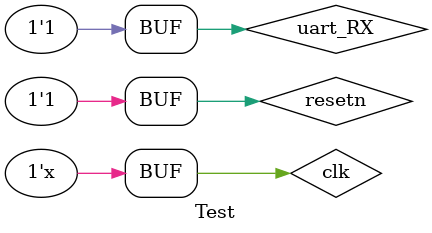
<source format=v>
module Test ();

    reg resetn;
    reg clk;
    reg uart_RX;
    wire uart_TX;

    initial begin
        uart_RX = 1;
        resetn = 0;
        clk = 1;
        #20;
        resetn = 1;
    end
    always #5 clk = ~clk;

    SoC dut (
        .clock_100(clk),
        .btn_resetn(resetn),
        .uart_RX(uart_RX),
        .uart_TX(uart_TX)
    );

endmodule
</source>
